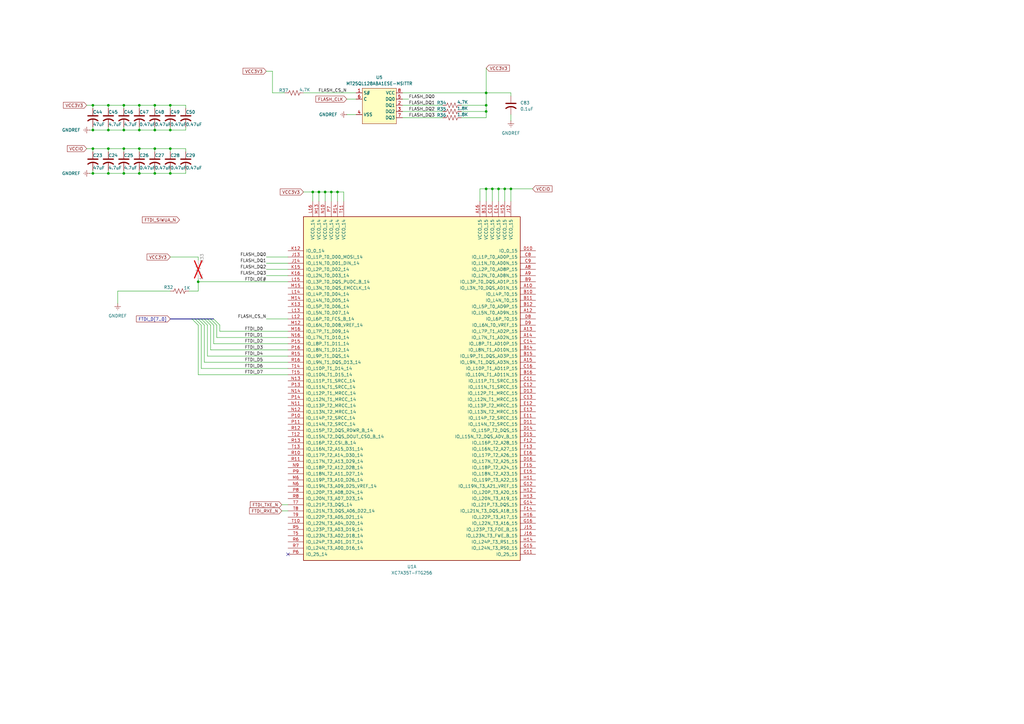
<source format=kicad_sch>
(kicad_sch (version 20250114) (generator "eeschema") (generator_version "9.0")
  (paper "A3")
  (lib_symbols
    (symbol "Device:C_US" (pin_numbers (hide yes)) (pin_names (offset 0.254) (hide yes))
      (property "Reference" "C" (at 0.635 2.54 0))
      (property "Value" "C_US" (at 0.635 -2.54 0))
      (symbol "C_US_0_1"
        (polyline (pts (xy -2.032 0.762) (xy 2.032 0.762)) (stroke (width 0.508)))
        (arc (start -2.032 -1.27) (mid 0 -0.5572) (end 2.032 -1.27) (stroke (width 0.508)))
      )
      (symbol "C_US_1_1"
        (pin passive line (at 0 3.81 270) (length 2.794) (name "~") (number "1"))
        (pin passive line (at 0 -3.81 90) (length 3.302) (name "~") (number "2"))
      )
    )
    (symbol "Device:R_US" (pin_numbers (hide yes)) (pin_names (offset 0))
      (property "Reference" "R" (at 2.54 0 90))
      (property "Value" "R_US" (at -2.54 0 90))
      (symbol "R_US_0_1"
        (polyline (pts (xy 0 2.286) (xy 0 2.54)))
        (polyline (pts (xy 0 2.286) (xy 1.016 1.905) (xy 0 1.524) (xy -1.016 1.143) (xy 0 0.762)))
        (polyline (pts (xy 0 0.762) (xy 1.016 0.381) (xy 0 0) (xy -1.016 -0.381) (xy 0 -0.762)))
        (polyline (pts (xy 0 -0.762) (xy 1.016 -1.143) (xy 0 -1.524) (xy -1.016 -1.905) (xy 0 -2.286)))
        (polyline (pts (xy 0 -2.286) (xy 0 -2.54)))
      )
      (symbol "R_US_1_1"
        (pin passive line (at 0 3.81 270) (length 1.27) (name "~") (number "1"))
        (pin passive line (at 0 -3.81 90) (length 1.27) (name "~") (number "2"))
      )
    )
    (symbol "FPGA_Xilinx_Artix7:XC7A35T-FTG256" (pin_names (offset 1.016))
      (property "Reference" "U" (at 0 1.27 0))
      (property "Value" "XC7A35T-FTG256" (at 0 -1.27 0))
      (symbol "XC7A35T-FTG256_1_1"
        (rectangle (start -44.45 67.31) (end 44.45 -73.66) (stroke (width 0.254)) (fill (type background)))
        (pin bidirectional line (at -50.8 53.34 0) (length 6.35) (name "IO_0_14") (number "K12"))
        (pin bidirectional line (at -50.8 50.8 0) (length 6.35) (name "IO_L1P_T0_D00_MOSI_14") (number "J13"))
        (pin bidirectional line (at -50.8 48.26 0) (length 6.35) (name "IO_L1N_T0_D01_DIN_14") (number "J14"))
        (pin bidirectional line (at -50.8 45.72 0) (length 6.35) (name "IO_L2P_T0_D02_14") (number "K15"))
        (pin bidirectional line (at -50.8 43.18 0) (length 6.35) (name "IO_L2N_T0_D03_14") (number "K16"))
        (pin bidirectional line (at -50.8 40.64 0) (length 6.35) (name "IO_L3P_T0_DQS_PUDC_B_14") (number "L15"))
        (pin bidirectional line (at -50.8 38.1 0) (length 6.35) (name "IO_L3N_T0_DQS_EMCCLK_14") (number "M15"))
        (pin bidirectional line (at -50.8 35.56 0) (length 6.35) (name "IO_L4P_T0_D04_14") (number "L14"))
        (pin bidirectional line (at -50.8 33.02 0) (length 6.35) (name "IO_L4N_T0_D05_14") (number "M14"))
        (pin bidirectional line (at -50.8 30.48 0) (length 6.35) (name "IO_L5P_T0_D06_14") (number "K13"))
        (pin bidirectional line (at -50.8 27.94 0) (length 6.35) (name "IO_L5N_T0_D07_14") (number "L13"))
        (pin bidirectional line (at -50.8 25.4 0) (length 6.35) (name "IO_L6P_T0_FCS_B_14") (number "L12"))
        (pin bidirectional line (at -50.8 22.86 0) (length 6.35) (name "IO_L6N_T0_D08_VREF_14") (number "M12"))
        (pin bidirectional line (at -50.8 20.32 0) (length 6.35) (name "IO_L7P_T1_D09_14") (number "M16"))
        (pin bidirectional line (at -50.8 17.78 0) (length 6.35) (name "IO_L7N_T1_D10_14") (number "N16"))
        (pin bidirectional line (at -50.8 15.24 0) (length 6.35) (name "IO_L8P_T1_D11_14") (number "P15"))
        (pin bidirectional line (at -50.8 12.7 0) (length 6.35) (name "IO_L8N_T1_D12_14") (number "P16"))
        (pin bidirectional line (at -50.8 10.16 0) (length 6.35) (name "IO_L9P_T1_DQS_14") (number "R15"))
        (pin bidirectional line (at -50.8 7.62 0) (length 6.35) (name "IO_L9N_T1_DQS_D13_14") (number "R16"))
        (pin bidirectional line (at -50.8 5.08 0) (length 6.35) (name "IO_L10P_T1_D14_14") (number "T14"))
        (pin bidirectional line (at -50.8 2.54 0) (length 6.35) (name "IO_L10N_T1_D15_14") (number "T15"))
        (pin bidirectional line (at -50.8 0 0) (length 6.35) (name "IO_L11P_T1_SRCC_14") (number "N13"))
        (pin bidirectional line (at -50.8 -2.54 0) (length 6.35) (name "IO_L11N_T1_SRCC_14") (number "P13"))
        (pin bidirectional line (at -50.8 -5.08 0) (length 6.35) (name "IO_L12P_T1_MRCC_14") (number "N14"))
        (pin bidirectional line (at -50.8 -7.62 0) (length 6.35) (name "IO_L12N_T1_MRCC_14") (number "P14"))
        (pin bidirectional line (at -50.8 -10.16 0) (length 6.35) (name "IO_L13P_T2_MRCC_14") (number "N11"))
        (pin bidirectional line (at -50.8 -12.7 0) (length 6.35) (name "IO_L13N_T2_MRCC_14") (number "N12"))
        (pin bidirectional line (at -50.8 -15.24 0) (length 6.35) (name "IO_L14P_T2_SRCC_14") (number "P10"))
        (pin bidirectional line (at -50.8 -17.78 0) (length 6.35) (name "IO_L14N_T2_SRCC_14") (number "P11"))
        (pin bidirectional line (at -50.8 -20.32 0) (length 6.35) (name "IO_L15P_T2_DQS_RDWR_B_14") (number "R12"))
        (pin bidirectional line (at -50.8 -22.86 0) (length 6.35) (name "IO_L15N_T2_DQS_DOUT_CSO_B_14") (number "T12"))
        (pin bidirectional line (at -50.8 -25.4 0) (length 6.35) (name "IO_L16P_T2_CSI_B_14") (number "R13"))
        (pin bidirectional line (at -50.8 -27.94 0) (length 6.35) (name "IO_L16N_T2_A15_D31_14") (number "T13"))
        (pin bidirectional line (at -50.8 -30.48 0) (length 6.35) (name "IO_L17P_T2_A14_D30_14") (number "R10"))
        (pin bidirectional line (at -50.8 -33.02 0) (length 6.35) (name "IO_L17N_T2_A13_D29_14") (number "R11"))
        (pin bidirectional line (at -50.8 -35.56 0) (length 6.35) (name "IO_L18P_T2_A12_D28_14") (number "N9"))
        (pin bidirectional line (at -50.8 -38.1 0) (length 6.35) (name "IO_L18N_T2_A11_D27_14") (number "P9"))
        (pin bidirectional line (at -50.8 -40.64 0) (length 6.35) (name "IO_L19P_T3_A10_D26_14") (number "M6"))
        (pin bidirectional line (at -50.8 -43.18 0) (length 6.35) (name "IO_L19N_T3_A09_D25_VREF_14") (number "N6"))
        (pin bidirectional line (at -50.8 -45.72 0) (length 6.35) (name "IO_L20P_T3_A08_D24_14") (number "P8"))
        (pin bidirectional line (at -50.8 -48.26 0) (length 6.35) (name "IO_L20N_T3_A07_D23_14") (number "R8"))
        (pin bidirectional line (at -50.8 -50.8 0) (length 6.35) (name "IO_L21P_T3_DQS_14") (number "T7"))
        (pin bidirectional line (at -50.8 -53.34 0) (length 6.35) (name "IO_L21N_T3_DQS_A06_D22_14") (number "T8"))
        (pin bidirectional line (at -50.8 -55.88 0) (length 6.35) (name "IO_L22P_T3_A05_D21_14") (number "T9"))
        (pin bidirectional line (at -50.8 -58.42 0) (length 6.35) (name "IO_L22N_T3_A04_D20_14") (number "T10"))
        (pin bidirectional line (at -50.8 -60.96 0) (length 6.35) (name "IO_L23P_T3_A03_D19_14") (number "R5"))
        (pin bidirectional line (at -50.8 -63.5 0) (length 6.35) (name "IO_L23N_T3_A02_D18_14") (number "T5"))
        (pin bidirectional line (at -50.8 -66.04 0) (length 6.35) (name "IO_L24P_T3_A01_D17_14") (number "R6"))
        (pin bidirectional line (at -50.8 -68.58 0) (length 6.35) (name "IO_L24N_T3_A00_D16_14") (number "R7"))
        (pin bidirectional line (at -50.8 -71.12 0) (length 6.35) (name "IO_25_14") (number "P6"))
        (pin power_in line (at -40.64 73.66 270) (length 6.35) (name "VCCO_14") (number "L16"))
        (pin power_in line (at -38.1 73.66 270) (length 6.35) (name "VCCO_14") (number "M13"))
        (pin power_in line (at -35.56 73.66 270) (length 6.35) (name "VCCO_14") (number "N10"))
        (pin power_in line (at -33.02 73.66 270) (length 6.35) (name "VCCO_14") (number "P7"))
        (pin power_in line (at -30.48 73.66 270) (length 6.35) (name "VCCO_14") (number "R14"))
        (pin power_in line (at -27.94 73.66 270) (length 6.35) (name "VCCO_14") (number "T11"))
        (pin power_in line (at 27.94 73.66 270) (length 6.35) (name "VCCO_15") (number "A16"))
        (pin power_in line (at 30.48 73.66 270) (length 6.35) (name "VCCO_15") (number "B13"))
        (pin power_in line (at 33.02 73.66 270) (length 6.35) (name "VCCO_15") (number "C10"))
        (pin power_in line (at 35.56 73.66 270) (length 6.35) (name "VCCO_15") (number "E14"))
        (pin power_in line (at 38.1 73.66 270) (length 6.35) (name "VCCO_15") (number "H15"))
        (pin power_in line (at 40.64 73.66 270) (length 6.35) (name "VCCO_15") (number "J12"))
        (pin bidirectional line (at 50.8 53.34 180) (length 6.35) (name "IO_0_15") (number "D10"))
        (pin bidirectional line (at 50.8 50.8 180) (length 6.35) (name "IO_L1P_T0_AD0P_15") (number "C8"))
        (pin bidirectional line (at 50.8 48.26 180) (length 6.35) (name "IO_L1N_T0_AD0N_15") (number "C9"))
        (pin bidirectional line (at 50.8 45.72 180) (length 6.35) (name "IO_L2P_T0_AD8P_15") (number "A8"))
        (pin bidirectional line (at 50.8 43.18 180) (length 6.35) (name "IO_L2N_T0_AD8N_15") (number "A9"))
        (pin bidirectional line (at 50.8 40.64 180) (length 6.35) (name "IO_L3P_T0_DQS_AD1P_15") (number "B9"))
        (pin bidirectional line (at 50.8 38.1 180) (length 6.35) (name "IO_L3N_T0_DQS_AD1N_15") (number "A10"))
        (pin bidirectional line (at 50.8 35.56 180) (length 6.35) (name "IO_L4P_T0_15") (number "B10"))
        (pin bidirectional line (at 50.8 33.02 180) (length 6.35) (name "IO_L4N_T0_15") (number "B11"))
        (pin bidirectional line (at 50.8 30.48 180) (length 6.35) (name "IO_L5P_T0_AD9P_15") (number "B12"))
        (pin bidirectional line (at 50.8 27.94 180) (length 6.35) (name "IO_L5N_T0_AD9N_15") (number "A12"))
        (pin bidirectional line (at 50.8 25.4 180) (length 6.35) (name "IO_L6P_T0_15") (number "D8"))
        (pin bidirectional line (at 50.8 22.86 180) (length 6.35) (name "IO_L6N_T0_VREF_15") (number "D9"))
        (pin bidirectional line (at 50.8 20.32 180) (length 6.35) (name "IO_L7P_T1_AD2P_15") (number "A13"))
        (pin bidirectional line (at 50.8 17.78 180) (length 6.35) (name "IO_L7N_T1_AD2N_15") (number "A14"))
        (pin bidirectional line (at 50.8 15.24 180) (length 6.35) (name "IO_L8P_T1_AD10P_15") (number "C14"))
        (pin bidirectional line (at 50.8 12.7 180) (length 6.35) (name "IO_L8N_T1_AD10N_15") (number "B14"))
        (pin bidirectional line (at 50.8 10.16 180) (length 6.35) (name "IO_L9P_T1_DQS_AD3P_15") (number "B15"))
        (pin bidirectional line (at 50.8 7.62 180) (length 6.35) (name "IO_L9N_T1_DQS_AD3N_15") (number "A15"))
        (pin bidirectional line (at 50.8 5.08 180) (length 6.35) (name "IO_L10P_T1_AD11P_15") (number "C16"))
        (pin bidirectional line (at 50.8 2.54 180) (length 6.35) (name "IO_L10N_T1_AD11N_15") (number "B16"))
        (pin bidirectional line (at 50.8 0 180) (length 6.35) (name "IO_L11P_T1_SRCC_15") (number "C11"))
        (pin bidirectional line (at 50.8 -2.54 180) (length 6.35) (name "IO_L11N_T1_SRCC_15") (number "C12"))
        (pin bidirectional line (at 50.8 -5.08 180) (length 6.35) (name "IO_L12P_T1_MRCC_15") (number "D13"))
        (pin bidirectional line (at 50.8 -7.62 180) (length 6.35) (name "IO_L12N_T1_MRCC_15") (number "C13"))
        (pin bidirectional line (at 50.8 -10.16 180) (length 6.35) (name "IO_L13P_T2_MRCC_15") (number "E12"))
        (pin bidirectional line (at 50.8 -12.7 180) (length 6.35) (name "IO_L13N_T2_MRCC_15") (number "E13"))
        (pin bidirectional line (at 50.8 -15.24 180) (length 6.35) (name "IO_L14P_T2_SRCC_15") (number "E11"))
        (pin bidirectional line (at 50.8 -17.78 180) (length 6.35) (name "IO_L14N_T2_SRCC_15") (number "D11"))
        (pin bidirectional line (at 50.8 -20.32 180) (length 6.35) (name "IO_L15P_T2_DQS_15") (number "D14"))
        (pin bidirectional line (at 50.8 -22.86 180) (length 6.35) (name "IO_L15N_T2_DQS_ADV_B_15") (number "D15"))
        (pin bidirectional line (at 50.8 -25.4 180) (length 6.35) (name "IO_L16P_T2_A28_15") (number "F12"))
        (pin bidirectional line (at 50.8 -27.94 180) (length 6.35) (name "IO_L16N_T2_A27_15") (number "F13"))
        (pin bidirectional line (at 50.8 -30.48 180) (length 6.35) (name "IO_L17P_T2_A26_15") (number "E16"))
        (pin bidirectional line (at 50.8 -33.02 180) (length 6.35) (name "IO_L17N_T2_A25_15") (number "D16"))
        (pin bidirectional line (at 50.8 -35.56 180) (length 6.35) (name "IO_L18P_T2_A24_15") (number "F15"))
        (pin bidirectional line (at 50.8 -38.1 180) (length 6.35) (name "IO_L18N_T2_A23_15") (number "E15"))
        (pin bidirectional line (at 50.8 -40.64 180) (length 6.35) (name "IO_L19P_T3_A22_15") (number "H11"))
        (pin bidirectional line (at 50.8 -43.18 180) (length 6.35) (name "IO_L19N_T3_A21_VREF_15") (number "G12"))
        (pin bidirectional line (at 50.8 -45.72 180) (length 6.35) (name "IO_L20P_T3_A20_15") (number "H12"))
        (pin bidirectional line (at 50.8 -48.26 180) (length 6.35) (name "IO_L20N_T3_A19_15") (number "H13"))
        (pin bidirectional line (at 50.8 -50.8 180) (length 6.35) (name "IO_L21P_T3_DQS_15") (number "G14"))
        (pin bidirectional line (at 50.8 -53.34 180) (length 6.35) (name "IO_L21N_T3_DQS_A18_15") (number "F14"))
        (pin bidirectional line (at 50.8 -55.88 180) (length 6.35) (name "IO_L22P_T3_A17_15") (number "H16"))
        (pin bidirectional line (at 50.8 -58.42 180) (length 6.35) (name "IO_L22N_T3_A16_15") (number "G16"))
        (pin bidirectional line (at 50.8 -60.96 180) (length 6.35) (name "IO_L23P_T3_FOE_B_15") (number "J15"))
        (pin bidirectional line (at 50.8 -63.5 180) (length 6.35) (name "IO_L23N_T3_FWE_B_15") (number "J16"))
        (pin bidirectional line (at 50.8 -66.04 180) (length 6.35) (name "IO_L24P_T3_RS1_15") (number "H14"))
        (pin bidirectional line (at 50.8 -68.58 180) (length 6.35) (name "IO_L24N_T3_RS0_15") (number "G15"))
        (pin bidirectional line (at 50.8 -71.12 180) (length 6.35) (name "IO_25_15") (number "G11"))
      )
      (symbol "XC7A35T-FTG256_2_1"
        (rectangle (start -44.45 67.31) (end 44.45 -73.66) (stroke (width 0.254)) (fill (type background)))
        (pin bidirectional line (at -50.8 53.34 0) (length 6.35) (name "IO_0_34") (number "L5"))
        (pin bidirectional line (at -50.8 50.8 0) (length 6.35) (name "IO_L1P_T0_34") (number "L4"))
        (pin bidirectional line (at -50.8 48.26 0) (length 6.35) (name "IO_L1N_T0_34") (number "M4"))
        (pin bidirectional line (at -50.8 45.72 0) (length 6.35) (name "IO_L2P_T0_34") (number "M2"))
        (pin bidirectional line (at -50.8 43.18 0) (length 6.35) (name "IO_L2N_T0_34") (number "M1"))
        (pin bidirectional line (at -50.8 40.64 0) (length 6.35) (name "IO_L3P_T0_DQS_34") (number "N3"))
        (pin bidirectional line (at -50.8 38.1 0) (length 6.35) (name "IO_L3N_T0_DQS_34") (number "N2"))
        (pin bidirectional line (at -50.8 35.56 0) (length 6.35) (name "IO_L4P_T0_34") (number "N1"))
        (pin bidirectional line (at -50.8 33.02 0) (length 6.35) (name "IO_L4N_T0_34") (number "P1"))
        (pin bidirectional line (at -50.8 30.48 0) (length 6.35) (name "IO_L5P_T0_34") (number "P4"))
        (pin bidirectional line (at -50.8 27.94 0) (length 6.35) (name "IO_L5N_T0_34") (number "P3"))
        (pin bidirectional line (at -50.8 25.4 0) (length 6.35) (name "IO_L6P_T0_34") (number "M5"))
        (pin bidirectional line (at -50.8 22.86 0) (length 6.35) (name "IO_L6N_T0_VREF_34") (number "N4"))
        (pin bidirectional line (at -50.8 20.32 0) (length 6.35) (name "IO_L7P_T1_34") (number "R2"))
        (pin bidirectional line (at -50.8 17.78 0) (length 6.35) (name "IO_L7N_T1_34") (number "R1"))
        (pin bidirectional line (at -50.8 15.24 0) (length 6.35) (name "IO_L8P_T1_34") (number "R3"))
        (pin bidirectional line (at -50.8 12.7 0) (length 6.35) (name "IO_L8N_T1_34") (number "T2"))
        (pin bidirectional line (at -50.8 10.16 0) (length 6.35) (name "IO_L9P_T1_DQS_34") (number "T4"))
        (pin bidirectional line (at -50.8 7.62 0) (length 6.35) (name "IO_L9N_T1_DQS_34") (number "T3"))
        (pin bidirectional line (at -50.8 5.08 0) (length 6.35) (name "IO_L10P_T1_34") (number "P5"))
        (pin power_in line (at -40.64 73.66 270) (length 6.35) (name "VCCO_34") (number "M3"))
        (pin power_in line (at -38.1 73.66 270) (length 6.35) (name "VCCO_34") (number "R4"))
        (pin power_in line (at -35.56 73.66 270) (length 6.35) (name "VCCO_34") (number "T1"))
        (pin power_in line (at 27.94 73.66 270) (length 6.35) (name "VCCO_35") (number "A6"))
        (pin power_in line (at 30.48 73.66 270) (length 6.35) (name "VCCO_35") (number "B3"))
        (pin power_in line (at 33.02 73.66 270) (length 6.35) (name "VCCO_35") (number "D7"))
        (pin power_in line (at 35.56 73.66 270) (length 6.35) (name "VCCO_35") (number "E4"))
        (pin power_in line (at 38.1 73.66 270) (length 6.35) (name "VCCO_35") (number "F1"))
        (pin power_in line (at 40.64 73.66 270) (length 6.35) (name "VCCO_35") (number "J2"))
        (pin bidirectional line (at 50.8 53.34 180) (length 6.35) (name "IO_0_35") (number "E6"))
        (pin bidirectional line (at 50.8 50.8 180) (length 6.35) (name "IO_L1P_T0_AD4P_35") (number "B7"))
        (pin bidirectional line (at 50.8 48.26 180) (length 6.35) (name "IO_L1N_T0_AD4N_35") (number "A7"))
        (pin bidirectional line (at 50.8 45.72 180) (length 6.35) (name "IO_L2P_T0_AD12P_35") (number "B6"))
        (pin bidirectional line (at 50.8 43.18 180) (length 6.35) (name "IO_L2N_T0_AD12N_35") (number "B5"))
        (pin bidirectional line (at 50.8 40.64 180) (length 6.35) (name "IO_L3P_T0_DQS_AD5P_35") (number "A5"))
        (pin bidirectional line (at 50.8 38.1 180) (length 6.35) (name "IO_L3N_T0_DQS_AD5N_35") (number "A4"))
        (pin bidirectional line (at 50.8 35.56 180) (length 6.35) (name "IO_L4P_T0_35") (number "B4"))
        (pin bidirectional line (at 50.8 33.02 180) (length 6.35) (name "IO_L4N_T0_35") (number "A3"))
        (pin bidirectional line (at 50.8 30.48 180) (length 6.35) (name "IO_L5P_T0_AD13P_35") (number "C7"))
        (pin bidirectional line (at 50.8 27.94 180) (length 6.35) (name "IO_L5N_T0_AD13N_35") (number "C6"))
        (pin bidirectional line (at 50.8 25.4 180) (length 6.35) (name "IO_L6P_T0_35") (number "D6"))
        (pin bidirectional line (at 50.8 22.86 180) (length 6.35) (name "IO_L6N_T0_VREF_35") (number "D5"))
        (pin bidirectional line (at 50.8 20.32 180) (length 6.35) (name "IO_L7P_T1_AD6P_35") (number "C3"))
        (pin bidirectional line (at 50.8 17.78 180) (length 6.35) (name "IO_L7N_T1_AD6N_35") (number "C2"))
        (pin bidirectional line (at 50.8 15.24 180) (length 6.35) (name "IO_L8P_T1_AD14P_35") (number "B2"))
        (pin bidirectional line (at 50.8 12.7 180) (length 6.35) (name "IO_L8N_T1_AD14N_35") (number "A2"))
        (pin bidirectional line (at 50.8 10.16 180) (length 6.35) (name "IO_L9P_T1_DQS_AD7P_35") (number "C1"))
        (pin bidirectional line (at 50.8 7.62 180) (length 6.35) (name "IO_L9N_T1_DQS_AD7N_35") (number "B1"))
        (pin bidirectional line (at 50.8 5.08 180) (length 6.35) (name "IO_L10P_T1_AD15P_35") (number "E2"))
        (pin bidirectional line (at 50.8 2.54 180) (length 6.35) (name "IO_L10N_T1_AD15N_35") (number "D1"))
        (pin bidirectional line (at 50.8 0 180) (length 6.35) (name "IO_L11P_T1_SRCC_35") (number "E3"))
        (pin bidirectional line (at 50.8 -2.54 180) (length 6.35) (name "IO_L11N_T1_SRCC_35") (number "D3"))
        (pin bidirectional line (at 50.8 -5.08 180) (length 6.35) (name "IO_L12P_T1_MRCC_35") (number "D4"))
        (pin bidirectional line (at 50.8 -7.62 180) (length 6.35) (name "IO_L12N_T1_MRCC_35") (number "C4"))
        (pin bidirectional line (at 50.8 -10.16 180) (length 6.35) (name "IO_L13P_T2_MRCC_35") (number "F5"))
        (pin bidirectional line (at 50.8 -12.7 180) (length 6.35) (name "IO_L13N_T2_MRCC_35") (number "E5"))
        (pin bidirectional line (at 50.8 -15.24 180) (length 6.35) (name "IO_L14P_T2_SRCC_35") (number "F4"))
        (pin bidirectional line (at 50.8 -17.78 180) (length 6.35) (name "IO_L14N_T2_SRCC_35") (number "F3"))
        (pin bidirectional line (at 50.8 -20.32 180) (length 6.35) (name "IO_L15P_T2_DQS_35") (number "F2"))
        (pin bidirectional line (at 50.8 -22.86 180) (length 6.35) (name "IO_L15N_T2_DQS_35") (number "E1"))
        (pin bidirectional line (at 50.8 -25.4 180) (length 6.35) (name "IO_L16P_T2_35") (number "G5"))
        (pin bidirectional line (at 50.8 -27.94 180) (length 6.35) (name "IO_L16N_T2_35") (number "G4"))
        (pin bidirectional line (at 50.8 -30.48 180) (length 6.35) (name "IO_L17P_T2_35") (number "G2"))
        (pin bidirectional line (at 50.8 -33.02 180) (length 6.35) (name "IO_L17N_T2_35") (number "G1"))
        (pin bidirectional line (at 50.8 -35.56 180) (length 6.35) (name "IO_L18P_T2_35") (number "H5"))
        (pin bidirectional line (at 50.8 -38.1 180) (length 6.35) (name "IO_L18N_T2_35") (number "H4"))
        (pin bidirectional line (at 50.8 -40.64 180) (length 6.35) (name "IO_L19P_T3_35") (number "J5"))
        (pin bidirectional line (at 50.8 -43.18 180) (length 6.35) (name "IO_L19N_T3_VREF_35") (number "J4"))
        (pin bidirectional line (at 50.8 -45.72 180) (length 6.35) (name "IO_L20P_T3_35") (number "H2"))
        (pin bidirectional line (at 50.8 -48.26 180) (length 6.35) (name "IO_L20N_T3_35") (number "H1"))
        (pin bidirectional line (at 50.8 -50.8 180) (length 6.35) (name "IO_L21P_T3_DQS_35") (number "J3"))
        (pin bidirectional line (at 50.8 -53.34 180) (length 6.35) (name "IO_L21N_T3_DQS_35") (number "H3"))
        (pin bidirectional line (at 50.8 -55.88 180) (length 6.35) (name "IO_L22P_T3_35") (number "K1"))
        (pin bidirectional line (at 50.8 -58.42 180) (length 6.35) (name "IO_L22N_T3_35") (number "J1"))
        (pin bidirectional line (at 50.8 -60.96 180) (length 6.35) (name "IO_L23P_T3_35") (number "L3"))
        (pin bidirectional line (at 50.8 -63.5 180) (length 6.35) (name "IO_L23N_T3_35") (number "L2"))
        (pin bidirectional line (at 50.8 -66.04 180) (length 6.35) (name "IO_L24P_T3_35") (number "K3"))
        (pin bidirectional line (at 50.8 -68.58 180) (length 6.35) (name "IO_L24N_T3_35") (number "K2"))
        (pin bidirectional line (at 50.8 -71.12 180) (length 6.35) (name "IO_25_35") (number "K5"))
      )
      (symbol "XC7A35T-FTG256_3_1"
        (rectangle (start -31.75 34.29) (end 31.75 -40.64) (stroke (width 0.254)) (fill (type background)))
        (pin power_in line (at 27.94 40.64 270) (length 6.35) (name "VCCO_0") (number "L6"))
        (pin bidirectional line (at 38.1 20.32 180) (length 6.35) (name "TDI_0") (number "N7"))
        (pin bidirectional line (at 38.1 17.78 180) (length 6.35) (name "TDO_0") (number "N8"))
        (pin bidirectional line (at 38.1 15.24 180) (length 6.35) (name "TMS_0") (number "M7"))
        (pin bidirectional line (at 38.1 12.7 180) (length 6.35) (name "TCK_0") (number "L7"))
        (pin bidirectional line (at 38.1 7.62 180) (length 6.35) (name "CCLK_0") (number "E8"))
        (pin bidirectional line (at 38.1 5.08 180) (length 6.35) (name "M0_0") (number "M9"))
        (pin bidirectional line (at 38.1 2.54 180) (length 6.35) (name "M1_0") (number "M10"))
        (pin bidirectional line (at 38.1 0 180) (length 6.35) (name "M2_0") (number "M11"))
        (pin bidirectional line (at 38.1 -5.08 180) (length 6.35) (name "DONE_0") (number "H10"))
        (pin bidirectional line (at 38.1 -7.62 180) (length 6.35) (name "INIT_B_0") (number "K10"))
        (pin bidirectional line (at 38.1 -10.16 180) (length 6.35) (name "PROGRAM_B_0") (number "L9"))
        (pin bidirectional line (at 38.1 -15.24 180) (length 6.35) (name "CFGBVS_0") (number "E7"))
        (pin bidirectional line (at 38.1 -20.32 180) (length 6.35) (name "VP_0") (number "H8"))
        (pin bidirectional line (at 38.1 -22.86 180) (length 6.35) (name "VN_0") (number "J7"))
        (pin bidirectional line (at 38.1 -27.94 180) (length 6.35) (name "VREFP_0") (number "J8"))
        (pin bidirectional line (at 38.1 -30.48 180) (length 6.35) (name "VREFN_0") (number "H7"))
        (pin bidirectional line (at 38.1 -35.56 180) (length 6.35) (name "DXP_0") (number "K8"))
        (pin bidirectional line (at 38.1 -38.1 180) (length 6.35) (name "DXN_0") (number "K7"))
      )
      (symbol "XC7A35T-FTG256_4_1"
        (rectangle (start -19.05 35.56) (end 19.05 -35.56) (stroke (width 0.254)) (fill (type background)))
        (pin power_in line (at -25.4 33.02 0) (length 6.35) (name "VCCAUX") (number "G10"))
        (pin power_in line (at -25.4 30.48 0) (length 6.35) (name "VCCAUX") (number "J10"))
        (pin power_in line (at -25.4 27.94 0) (length 6.35) (name "VCCAUX") (number "K11"))
        (pin power_in line (at -25.4 25.4 0) (length 6.35) (name "VCCAUX") (number "L10"))
        (pin power_in line (at -25.4 20.32 0) (length 6.35) (name "GNDADC_0") (number "G7"))
        (pin power_in line (at -25.4 17.78 0) (length 6.35) (name "VCCADC_0") (number "G8"))
        (pin power_in line (at -25.4 15.24 0) (length 6.35) (name "VCCBATT_0") (number "F8"))
        (pin power_in line (at -25.4 12.7 0) (length 6.35) (name "VCCBRAM") (number "E10"))
        (pin power_in line (at -25.4 10.16 0) (length 6.35) (name "VCCBRAM") (number "F11"))
        (pin power_in line (at -25.4 2.54 0) (length 6.35) (name "GND") (number "A1"))
        (pin power_in line (at -25.4 0 0) (length 6.35) (name "GND") (number "A11"))
        (pin power_in line (at -25.4 -2.54 0) (length 6.35) (name "GND") (number "B8"))
        (pin power_in line (at -25.4 -5.08 0) (length 6.35) (name "GND") (number "C5"))
        (pin power_in line (at -25.4 -7.62 0) (length 6.35) (name "GND") (number "C15"))
        (pin power_in line (at -25.4 -10.16 0) (length 6.35) (name "GND") (number "D2"))
        (pin power_in line (at -25.4 -12.7 0) (length 6.35) (name "GND") (number "D12"))
        (pin power_in line (at -25.4 -15.24 0) (length 6.35) (name "GND") (number "E9"))
        (pin power_in line (at -25.4 -17.78 0) (length 6.35) (name "GND") (number "F6"))
        (pin power_in line (at -25.4 -20.32 0) (length 6.35) (name "GND") (number "F10"))
        (pin power_in line (at -25.4 -22.86 0) (length 6.35) (name "GND") (number "F16"))
        (pin power_in line (at -25.4 -25.4 0) (length 6.35) (name "GND") (number "G3"))
        (pin power_in line (at -25.4 -27.94 0) (length 6.35) (name "GND") (number "G9"))
        (pin power_in line (at -25.4 -30.48 0) (length 6.35) (name "GND") (number "G13"))
        (pin power_in line (at -25.4 -33.02 0) (length 6.35) (name "GND") (number "H6"))
        (pin power_in line (at 25.4 33.02 180) (length 6.35) (name "VCCINT") (number "F7"))
        (pin power_in line (at 25.4 30.48 180) (length 6.35) (name "VCCINT") (number "F9"))
        (pin power_in line (at 25.4 27.94 180) (length 6.35) (name "VCCINT") (number "G6"))
        (pin power_in line (at 25.4 25.4 180) (length 6.35) (name "VCCINT") (number "H9"))
        (pin power_in line (at 25.4 22.86 180) (length 6.35) (name "VCCINT") (number "J6"))
        (pin power_in line (at 25.4 20.32 180) (length 6.35) (name "VCCINT") (number "K9"))
        (pin power_in line (at 25.4 17.78 180) (length 6.35) (name "VCCINT") (number "L8"))
        (pin power_in line (at 25.4 2.54 180) (length 6.35) (name "GND") (number "J9"))
        (pin power_in line (at 25.4 0 180) (length 6.35) (name "GND") (number "J11"))
        (pin power_in line (at 25.4 -2.54 180) (length 6.35) (name "GND") (number "K4"))
        (pin power_in line (at 25.4 -5.08 180) (length 6.35) (name "GND") (number "K6"))
        (pin power_in line (at 25.4 -7.62 180) (length 6.35) (name "GND") (number "K14"))
        (pin power_in line (at 25.4 -10.16 180) (length 6.35) (name "GND") (number "L1"))
        (pin power_in line (at 25.4 -12.7 180) (length 6.35) (name "GND") (number "L11"))
        (pin power_in line (at 25.4 -15.24 180) (length 6.35) (name "GND") (number "M8"))
        (pin power_in line (at 25.4 -17.78 180) (length 6.35) (name "GND") (number "N5"))
        (pin power_in line (at 25.4 -20.32 180) (length 6.35) (name "GND") (number "N15"))
        (pin power_in line (at 25.4 -22.86 180) (length 6.35) (name "GND") (number "P2"))
        (pin power_in line (at 25.4 -25.4 180) (length 6.35) (name "GND") (number "P12"))
        (pin power_in line (at 25.4 -27.94 180) (length 6.35) (name "GND") (number "R9"))
        (pin power_in line (at 25.4 -30.48 180) (length 6.35) (name "GND") (number "T6"))
        (pin power_in line (at 25.4 -33.02 180) (length 6.35) (name "GND") (number "T16"))
      )
    )
    (symbol "power:GNDREF" (power) (pin_numbers (hide yes)) (pin_names (offset 0) (hide yes))
      (property "Value" "GNDREF" (at 0 -3.81 0))
      (symbol "GNDREF_0_1"
        (polyline (pts (xy -0.635 -1.905) (xy 0.635 -1.905)))
        (polyline (pts (xy -0.127 -2.54) (xy 0.127 -2.54)))
        (polyline (pts (xy 0 -1.27) (xy 0 0)))
        (polyline (pts (xy 1.27 -1.27) (xy -1.27 -1.27)))
      )
      (symbol "GNDREF_1_1"
        (pin power_in line (at 0 0 270) (length 0) (name "~") (number "1"))
      )
    )
    (symbol "risetRadar:MT25QL128ABA1ESE-MSITTR"
      (property "Reference" "U" (at 0 0 0))
      (property "Value" "MT25QL128ABA1ESE-MSITTR" (at -0.508 -2.286 0))
      (symbol "MT25QL128ABA1ESE-MSITTR_1_1"
        (rectangle (start -6.35 -4.445) (end 7.62 -19.05) (fill (type background)))
        (pin input line (at -8.89 -6.35 0) (length 2.54) (name "S#") (number "1"))
        (pin input line (at -8.89 -8.89 0) (length 2.54) (name "C") (number "6"))
        (pin input line (at -8.89 -15.24 0) (length 2.54) (name "VSS") (number "4"))
        (pin input line (at 10.16 -6.35 180) (length 2.54) (name "VCC") (number "8"))
        (pin input line (at 10.16 -8.89 180) (length 2.54) (name "DQ0") (number "5"))
        (pin input line (at 10.16 -11.43 180) (length 2.54) (name "DQ1") (number "2"))
        (pin input line (at 10.16 -13.97 180) (length 2.54) (name "DQ2") (number "3"))
        (pin input line (at 10.16 -16.51 180) (length 2.54) (name "DQ3") (number "7"))
      )
    )
  )
  (junction (at 128.27 78.74))
  (junction (at 57.15 53.34))
  (junction (at 130.81 78.74))
  (junction (at 63.5 43.18))
  (junction (at 133.35 78.74))
  (junction (at 50.8 53.34))
  (junction (at 44.45 71.12))
  (junction (at 63.5 53.34))
  (junction (at 57.15 60.96))
  (junction (at 38.1 53.34))
  (junction (at 69.85 53.34))
  (junction (at 57.15 71.12))
  (junction (at 138.43 78.74))
  (junction (at 199.39 43.18))
  (junction (at 38.1 43.18))
  (junction (at 63.5 60.96))
  (junction (at 135.89 78.74))
  (junction (at 199.39 38.1))
  (junction (at 38.1 60.96))
  (junction (at 44.45 53.34))
  (junction (at 63.5 71.12))
  (junction (at 207.01 77.47))
  (junction (at 44.45 60.96))
  (junction (at 69.85 71.12))
  (junction (at 199.39 77.47))
  (junction (at 199.39 45.72))
  (junction (at 209.55 77.47))
  (junction (at 50.8 60.96))
  (junction (at 50.8 71.12))
  (junction (at 38.1 71.12))
  (junction (at 50.8 43.18))
  (junction (at 69.85 43.18))
  (junction (at 44.45 43.18))
  (junction (at 201.93 77.47))
  (junction (at 81.28 115.57))
  (junction (at 69.85 60.96))
  (junction (at 204.47 77.47))
  (junction (at 57.15 43.18))
  (no_connect (at 118.11 227.33))
  (bus_entry (at 78.74 130.81) (size 2.54 2.54))
  (bus_entry (at 80.01 130.81) (size 2.54 2.54))
  (bus_entry (at 82.55 130.81) (size 2.54 2.54))
  (bus_entry (at 81.28 130.81) (size 2.54 2.54))
  (bus_entry (at 86.36 130.81) (size 2.54 2.54))
  (bus_entry (at 85.09 130.81) (size 2.54 2.54))
  (bus_entry (at 87.63 130.81) (size 2.54 2.54))
  (bus_entry (at 83.82 130.81) (size 2.54 2.54))
  (wire (pts (xy 76.2 60.96) (xy 69.85 60.96)))
  (wire (pts (xy 196.85 82.55) (xy 196.85 77.47)))
  (wire (pts (xy 209.55 39.37) (xy 209.55 38.1)))
  (wire (pts (xy 69.85 71.12) (xy 63.5 71.12)))
  (wire (pts (xy 209.55 77.47) (xy 209.55 82.55)))
  (wire (pts (xy 63.5 52.07) (xy 63.5 53.34)))
  (wire (pts (xy 209.55 46.99) (xy 209.55 49.53)))
  (wire (pts (xy 85.09 133.35) (xy 85.09 146.05)))
  (wire (pts (xy 199.39 48.26) (xy 199.39 45.72)))
  (wire (pts (xy 199.39 43.18) (xy 199.39 38.1)))
  (wire (pts (xy 142.24 46.99) (xy 146.05 46.99)))
  (wire (pts (xy 204.47 77.47) (xy 207.01 77.47)))
  (wire (pts (xy 57.15 52.07) (xy 57.15 53.34)))
  (wire (pts (xy 76.2 52.07) (xy 76.2 53.34)))
  (wire (pts (xy 57.15 53.34) (xy 50.8 53.34)))
  (wire (pts (xy 38.1 71.12) (xy 36.83 71.12)))
  (wire (pts (xy 124.46 78.74) (xy 128.27 78.74)))
  (wire (pts (xy 207.01 77.47) (xy 209.55 77.47)))
  (wire (pts (xy 109.22 130.81) (xy 118.11 130.81)))
  (wire (pts (xy 196.85 77.47) (xy 199.39 77.47)))
  (wire (pts (xy 88.9 133.35) (xy 88.9 138.43)))
  (wire (pts (xy 207.01 77.47) (xy 207.01 82.55)))
  (wire (pts (xy 44.45 60.96) (xy 44.45 62.23)))
  (wire (pts (xy 189.23 48.26) (xy 199.39 48.26)))
  (wire (pts (xy 44.45 53.34) (xy 38.1 53.34)))
  (wire (pts (xy 138.43 82.55) (xy 138.43 78.74)))
  (wire (pts (xy 130.81 82.55) (xy 130.81 78.74)))
  (wire (pts (xy 44.45 60.96) (xy 50.8 60.96)))
  (wire (pts (xy 165.1 45.72) (xy 181.61 45.72)))
  (wire (pts (xy 50.8 52.07) (xy 50.8 53.34)))
  (wire (pts (xy 201.93 77.47) (xy 204.47 77.47)))
  (wire (pts (xy 81.28 106.68) (xy 81.28 105.41)))
  (wire (pts (xy 81.28 119.38) (xy 81.28 115.57)))
  (bus (pts (xy 86.36 130.81) (xy 87.63 130.81)))
  (wire (pts (xy 50.8 69.85) (xy 50.8 71.12)))
  (wire (pts (xy 86.36 143.51) (xy 118.11 143.51)))
  (wire (pts (xy 50.8 43.18) (xy 50.8 44.45)))
  (wire (pts (xy 140.97 82.55) (xy 140.97 78.74)))
  (wire (pts (xy 86.36 133.35) (xy 86.36 143.51)))
  (wire (pts (xy 109.22 110.49) (xy 118.11 110.49)))
  (wire (pts (xy 109.22 107.95) (xy 118.11 107.95)))
  (bus (pts (xy 69.85 130.81) (xy 78.74 130.81)))
  (wire (pts (xy 63.5 69.85) (xy 63.5 71.12)))
  (wire (pts (xy 38.1 69.85) (xy 38.1 71.12)))
  (wire (pts (xy 165.1 38.1) (xy 199.39 38.1)))
  (wire (pts (xy 85.09 146.05) (xy 118.11 146.05)))
  (wire (pts (xy 63.5 71.12) (xy 57.15 71.12)))
  (wire (pts (xy 76.2 53.34) (xy 69.85 53.34)))
  (wire (pts (xy 128.27 78.74) (xy 128.27 82.55)))
  (wire (pts (xy 199.39 77.47) (xy 199.39 82.55)))
  (wire (pts (xy 57.15 69.85) (xy 57.15 71.12)))
  (wire (pts (xy 81.28 153.67) (xy 118.11 153.67)))
  (wire (pts (xy 115.57 207.01) (xy 118.11 207.01)))
  (wire (pts (xy 124.46 38.1) (xy 146.05 38.1)))
  (wire (pts (xy 82.55 133.35) (xy 82.55 151.13)))
  (wire (pts (xy 69.85 53.34) (xy 63.5 53.34)))
  (bus (pts (xy 83.82 130.81) (xy 85.09 130.81)))
  (wire (pts (xy 50.8 60.96) (xy 50.8 62.23)))
  (wire (pts (xy 44.45 71.12) (xy 38.1 71.12)))
  (wire (pts (xy 87.63 140.97) (xy 118.11 140.97)))
  (wire (pts (xy 201.93 77.47) (xy 201.93 82.55)))
  (wire (pts (xy 165.1 48.26) (xy 181.61 48.26)))
  (wire (pts (xy 69.85 119.38) (xy 48.26 119.38)))
  (wire (pts (xy 57.15 60.96) (xy 57.15 62.23)))
  (wire (pts (xy 87.63 133.35) (xy 87.63 140.97)))
  (wire (pts (xy 76.2 71.12) (xy 69.85 71.12)))
  (wire (pts (xy 38.1 43.18) (xy 44.45 43.18)))
  (wire (pts (xy 130.81 78.74) (xy 128.27 78.74)))
  (wire (pts (xy 50.8 53.34) (xy 44.45 53.34)))
  (wire (pts (xy 130.81 78.74) (xy 133.35 78.74)))
  (wire (pts (xy 44.45 43.18) (xy 50.8 43.18)))
  (wire (pts (xy 109.22 105.41) (xy 118.11 105.41)))
  (wire (pts (xy 38.1 43.18) (xy 38.1 44.45)))
  (wire (pts (xy 44.45 43.18) (xy 44.45 44.45)))
  (wire (pts (xy 204.47 77.47) (xy 204.47 82.55)))
  (wire (pts (xy 81.28 115.57) (xy 118.11 115.57)))
  (wire (pts (xy 35.56 43.18) (xy 38.1 43.18)))
  (wire (pts (xy 82.55 151.13) (xy 118.11 151.13)))
  (wire (pts (xy 76.2 43.18) (xy 69.85 43.18)))
  (wire (pts (xy 138.43 78.74) (xy 135.89 78.74)))
  (wire (pts (xy 165.1 40.64) (xy 167.64 40.64)))
  (wire (pts (xy 209.55 77.47) (xy 218.44 77.47)))
  (wire (pts (xy 57.15 43.18) (xy 63.5 43.18)))
  (wire (pts (xy 209.55 38.1) (xy 199.39 38.1)))
  (wire (pts (xy 111.76 38.1) (xy 116.84 38.1)))
  (wire (pts (xy 50.8 43.18) (xy 57.15 43.18)))
  (wire (pts (xy 50.8 60.96) (xy 57.15 60.96)))
  (wire (pts (xy 135.89 82.55) (xy 135.89 78.74)))
  (wire (pts (xy 38.1 60.96) (xy 44.45 60.96)))
  (wire (pts (xy 38.1 53.34) (xy 36.83 53.34)))
  (wire (pts (xy 109.22 113.03) (xy 118.11 113.03)))
  (wire (pts (xy 90.17 135.89) (xy 118.11 135.89)))
  (wire (pts (xy 199.39 77.47) (xy 201.93 77.47)))
  (wire (pts (xy 69.85 60.96) (xy 69.85 62.23)))
  (wire (pts (xy 57.15 60.96) (xy 63.5 60.96)))
  (wire (pts (xy 76.2 69.85) (xy 76.2 71.12)))
  (wire (pts (xy 69.85 69.85) (xy 69.85 71.12)))
  (wire (pts (xy 76.2 62.23) (xy 76.2 60.96)))
  (wire (pts (xy 81.28 105.41) (xy 69.85 105.41)))
  (wire (pts (xy 44.45 52.07) (xy 44.45 53.34)))
  (wire (pts (xy 140.97 78.74) (xy 138.43 78.74)))
  (wire (pts (xy 63.5 43.18) (xy 69.85 43.18)))
  (bus (pts (xy 81.28 130.81) (xy 82.55 130.81)))
  (wire (pts (xy 63.5 43.18) (xy 63.5 44.45)))
  (wire (pts (xy 69.85 52.07) (xy 69.85 53.34)))
  (wire (pts (xy 109.22 29.21) (xy 111.76 29.21)))
  (wire (pts (xy 81.28 114.3) (xy 81.28 115.57)))
  (wire (pts (xy 115.57 209.55) (xy 118.11 209.55)))
  (wire (pts (xy 199.39 38.1) (xy 199.39 27.94)))
  (wire (pts (xy 38.1 60.96) (xy 38.1 62.23)))
  (wire (pts (xy 77.47 119.38) (xy 81.28 119.38)))
  (wire (pts (xy 133.35 82.55) (xy 133.35 78.74)))
  (wire (pts (xy 189.23 45.72) (xy 199.39 45.72)))
  (bus (pts (xy 80.01 130.81) (xy 81.28 130.81)))
  (wire (pts (xy 50.8 71.12) (xy 44.45 71.12)))
  (wire (pts (xy 189.23 43.18) (xy 199.39 43.18)))
  (wire (pts (xy 63.5 60.96) (xy 63.5 62.23)))
  (wire (pts (xy 133.35 78.74) (xy 135.89 78.74)))
  (bus (pts (xy 78.74 130.81) (xy 80.01 130.81)))
  (wire (pts (xy 63.5 53.34) (xy 57.15 53.34)))
  (wire (pts (xy 57.15 43.18) (xy 57.15 44.45)))
  (wire (pts (xy 69.85 43.18) (xy 69.85 44.45)))
  (wire (pts (xy 88.9 138.43) (xy 118.11 138.43)))
  (wire (pts (xy 44.45 69.85) (xy 44.45 71.12)))
  (bus (pts (xy 85.09 130.81) (xy 86.36 130.81)))
  (wire (pts (xy 81.28 133.35) (xy 81.28 153.67)))
  (wire (pts (xy 35.56 60.96) (xy 38.1 60.96)))
  (wire (pts (xy 199.39 45.72) (xy 199.39 43.18)))
  (wire (pts (xy 142.24 40.64) (xy 146.05 40.64)))
  (bus (pts (xy 82.55 130.81) (xy 83.82 130.81)))
  (wire (pts (xy 63.5 60.96) (xy 69.85 60.96)))
  (wire (pts (xy 48.26 119.38) (xy 48.26 124.46)))
  (wire (pts (xy 57.15 71.12) (xy 50.8 71.12)))
  (wire (pts (xy 165.1 43.18) (xy 181.61 43.18)))
  (wire (pts (xy 90.17 135.89) (xy 90.17 133.35)))
  (wire (pts (xy 83.82 133.35) (xy 83.82 148.59)))
  (wire (pts (xy 76.2 44.45) (xy 76.2 43.18)))
  (wire (pts (xy 38.1 52.07) (xy 38.1 53.34)))
  (wire (pts (xy 83.82 148.59) (xy 118.11 148.59)))
  (wire (pts (xy 111.76 29.21) (xy 111.76 38.1)))
  (label "FLASH_DQ3" (at 109.22 113.03 180))
  (label "FLASH_DQ3" (at 167.64 48.26 0))
  (label "FTDI_D2" (at 100.33 140.97 0))
  (label "FLASH_CS_N" (at 142.24 38.1 180))
  (label "FLASH_CS_N" (at 109.22 130.81 180))
  (label "FTDI_D1" (at 100.33 138.43 0))
  (label "FTDI_OE#" (at 109.22 115.57 180))
  (label "FTDI_D3" (at 100.33 143.51 0))
  (label "FLASH_DQ2" (at 167.64 45.72 0))
  (label "FLASH_DQ0" (at 167.64 40.64 0))
  (label "FTDI_D0" (at 100.33 135.89 0))
  (label "FLASH_DQ1" (at 167.64 43.18 0))
  (label "FTDI_D7" (at 100.33 153.67 0))
  (label "FTDI_D6" (at 100.33 151.13 0))
  (label "FLASH_DQ2" (at 109.22 110.49 180))
  (label "FLASH_DQ0" (at 109.22 105.41 180))
  (label "FTDI_D4" (at 100.33 146.05 0))
  (label "FTDI_D5" (at 100.33 148.59 0))
  (label "FLASH_DQ1" (at 109.22 107.95 180))
  (global_label "FTDI_TXE_N" (shape input) (at 115.57 207.01 180) (property "Intersheetrefs" "${INTERSHEET_REFS}" (effects (hide yes))))
  (global_label "FTDI_SIWUA_N" (shape input) (at 73.66 90.17 180) (property "Intersheetrefs" "${INTERSHEET_REFS}" (effects (hide yes))))
  (global_label "FTDI_RXE_N" (shape input) (at 115.57 209.55 180) (property "Intersheetrefs" "${INTERSHEET_REFS}" (effects (hide yes))))
  (global_label "VCC3V3" (shape input) (at 199.39 27.94 0) (property "Intersheetrefs" "${INTERSHEET_REFS}" (effects (hide yes))))
  (global_label "FTDI_D[7..0]" (shape input) (at 69.85 130.81 180) (property "Intersheetrefs" "${INTERSHEET_REFS}" (effects (hide yes))))
  (global_label "VCCIO" (shape input) (at 218.44 77.47 0) (property "Intersheetrefs" "${INTERSHEET_REFS}" (effects (hide yes))))
  (global_label "VCC3V3" (shape input) (at 124.46 78.74 180) (property "Intersheetrefs" "${INTERSHEET_REFS}" (effects (hide yes))))
  (global_label "VCC3V3" (shape input) (at 69.85 105.41 180) (property "Intersheetrefs" "${INTERSHEET_REFS}" (effects (hide yes))))
  (global_label "FLASH_CLK" (shape input) (at 142.24 40.64 180) (property "Intersheetrefs" "${INTERSHEET_REFS}" (effects (hide yes))))
  (global_label "VCC3V3" (shape input) (at 35.56 43.18 180) (property "Intersheetrefs" "${INTERSHEET_REFS}" (effects (hide yes))))
  (global_label "VCC3V3" (shape input) (at 109.22 29.21 180) (property "Intersheetrefs" "${INTERSHEET_REFS}" (effects (hide yes))))
  (global_label "VCCIO" (shape input) (at 35.56 60.96 180) (property "Intersheetrefs" "${INTERSHEET_REFS}" (effects (hide yes))))
  (symbol (lib_id "Device:C_US") (at 44.45 66.04 0) (unit 1)
    (property "Reference" "C24" (at 44.45 63.754 0) (effects (justify left)))
    (property "Value" "4.7uF" (at 44.45 68.834 0) (effects (justify left)))
    (property "Footprint" "Capacitor_SMD:C_0201_0603Metric" (effects (hide yes)))
    (property "Description" "capacitor, US symbol" (effects (hide yes)))
  )
  (symbol (lib_id "Device:C_US") (at 38.1 48.26 0) (unit 1)
    (property "Reference" "C44" (at 38.1 45.974 0) (effects (justify left)))
    (property "Value" "47uF" (at 38.1 51.054 0) (effects (justify left)))
    (property "Footprint" "Capacitor_SMD:C_0603_1608Metric" (effects (hide yes)))
    (property "Description" "capacitor, US symbol" (effects (hide yes)))
  )
  (symbol (lib_id "Device:C_US") (at 50.8 66.04 0) (unit 1)
    (property "Reference" "C25" (at 50.8 63.754 0) (effects (justify left)))
    (property "Value" "4.7uF" (at 50.8 68.834 0) (effects (justify left)))
    (property "Footprint" "Capacitor_SMD:C_0201_0603Metric" (effects (hide yes)))
    (property "Description" "capacitor, US symbol" (effects (hide yes)))
  )
  (symbol (lib_id "Device:C_US") (at 38.1 66.04 0) (unit 1)
    (property "Reference" "C23" (at 38.1 63.754 0) (effects (justify left)))
    (property "Value" "47uF" (at 38.1 68.834 0) (effects (justify left)))
    (property "Footprint" "Capacitor_SMD:C_0603_1608Metric" (effects (hide yes)))
    (property "Description" "capacitor, US symbol" (effects (hide yes)))
  )
  (symbol (lib_id "power:GNDREF") (at 36.83 71.12 270) (unit 1)
    (property "Reference" "#PWR014" (effects (hide yes)))
    (property "Value" "GNDREF" (at 33.02 71.1199 90) (effects (justify right)))
    (property "Description" "Power symbol creates a global label with name \"GNDREF\" , reference supply ground" (effects (hide yes)))
  )
  (symbol (lib_id "Device:C_US") (at 63.5 48.26 0) (unit 1)
    (property "Reference" "C48" (at 63.5 45.974 0) (effects (justify left)))
    (property "Value" "0.47uF" (at 63.5 51.054 0) (effects (justify left)))
    (property "Footprint" "Capacitor_SMD:C_0201_0603Metric" (effects (hide yes)))
    (property "Description" "capacitor, US symbol" (effects (hide yes)))
  )
  (symbol (lib_id "FPGA_Xilinx_Artix7:XC7A35T-FTG256") (at 168.91 156.21 0) (unit 1)
    (property "Reference" "U1" (at 168.91 232.41 0))
    (property "Value" "XC7A35T-FTG256" (at 168.91 234.95 0))
    (property "Footprint" "Package_BGA:Xilinx_FTG256" (effects (hide yes)))
    (property "Description" "Artix 7 T 35 XC7A35T-FTG256" (effects (hide yes)))
  )
  (symbol (lib_id "Device:C_US") (at 69.85 48.26 0) (unit 1)
    (property "Reference" "C49" (at 69.85 45.974 0) (effects (justify left)))
    (property "Value" "0.47uF" (at 69.85 51.054 0) (effects (justify left)))
    (property "Footprint" "Capacitor_SMD:C_0201_0603Metric" (effects (hide yes)))
    (property "Description" "capacitor, US symbol" (effects (hide yes)))
  )
  (symbol (lib_id "power:GNDREF") (at 48.26 124.46 0) (unit 1)
    (property "Reference" "#PWR033" (effects (hide yes)))
    (property "Value" "GNDREF" (at 48.26 129.54 0))
    (property "Description" "Power symbol creates a global label with name \"GNDREF\" , reference supply ground" (effects (hide yes)))
  )
  (symbol (lib_id "Device:C_US") (at 50.8 48.26 0) (unit 1)
    (property "Reference" "C46" (at 50.8 45.974 0) (effects (justify left)))
    (property "Value" "4.7uF" (at 50.8 51.054 0) (effects (justify left)))
    (property "Footprint" "Capacitor_SMD:C_0201_0603Metric" (effects (hide yes)))
    (property "Description" "capacitor, US symbol" (effects (hide yes)))
  )
  (symbol (lib_id "Device:C_US") (at 57.15 48.26 0) (unit 1)
    (property "Reference" "C47" (at 57.15 45.974 0) (effects (justify left)))
    (property "Value" "0.47uF" (at 57.15 51.054 0) (effects (justify left)))
    (property "Footprint" "Capacitor_SMD:C_0201_0603Metric" (effects (hide yes)))
    (property "Description" "capacitor, US symbol" (effects (hide yes)))
  )
  (symbol (lib_id "Device:C_US") (at 44.45 48.26 0) (unit 1)
    (property "Reference" "C45" (at 44.45 45.974 0) (effects (justify left)))
    (property "Value" "4.7uF" (at 44.45 51.054 0) (effects (justify left)))
    (property "Footprint" "Capacitor_SMD:C_0201_0603Metric" (effects (hide yes)))
    (property "Description" "capacitor, US symbol" (effects (hide yes)))
  )
  (symbol (lib_id "power:GNDREF") (at 209.55 49.53 0) (unit 1)
    (property "Reference" "#PWR034" (effects (hide yes)))
    (property "Value" "GNDREF" (at 209.55 54.61 0))
    (property "Description" "Power symbol creates a global label with name \"GNDREF\" , reference supply ground" (effects (hide yes)))
  )
  (symbol (lib_id "risetRadar:MT25QL128ABA1ESE-MSITTR") (at 154.94 31.75 0) (unit 1)
    (property "Reference" "U5" (at 155.575 31.75 0))
    (property "Value" "MT25QL128ABA1ESE-MSITTR" (at 155.575 34.29 0))
    (property "Footprint" "RadarFootprints:SOP-8_L5.3-W5.3-P1.27-LS8.0-BL" (effects (hide yes)))
  )
  (symbol (lib_id "Device:R_US") (at 73.66 119.38 270) (unit 1)
    (property "Reference" "R32" (at 69.088 117.856 90))
    (property "Value" "1K" (at 76.708 118.11 90))
    (property "Description" "Resistor, US symbol" (effects (hide yes)))
  )
  (symbol (lib_id "Device:C_US") (at 63.5 66.04 0) (unit 1)
    (property "Reference" "C27" (at 63.5 63.754 0) (effects (justify left)))
    (property "Value" "0.47uF" (at 63.5 68.834 0) (effects (justify left)))
    (property "Footprint" "Capacitor_SMD:C_0201_0603Metric" (effects (hide yes)))
    (property "Description" "capacitor, US symbol" (effects (hide yes)))
  )
  (symbol (lib_id "Device:C_US") (at 209.55 43.18 0) (unit 1)
    (property "Reference" "C83" (at 213.36 42.1639 0) (effects (justify left)))
    (property "Value" "0.1uF" (at 213.36 44.7039 0) (effects (justify left)))
    (property "Description" "capacitor, US symbol" (effects (hide yes)))
  )
  (symbol (lib_id "Device:R_US") (at 185.42 45.72 90) (unit 1)
    (property "Reference" "R35" (at 181.102 44.704 90))
    (property "Value" "1.8K" (at 189.738 44.45 90))
    (property "Footprint" "Resistor_SMD:R_0402_1005Metric" (effects (hide yes)))
    (property "Description" "Resistor, US symbol" (effects (hide yes)))
  )
  (symbol (lib_id "power:GNDREF") (at 36.83 53.34 270) (unit 1)
    (property "Reference" "#PWR017" (effects (hide yes)))
    (property "Value" "GNDREF" (at 33.02 53.3399 90) (effects (justify right)))
    (property "Description" "Power symbol creates a global label with name \"GNDREF\" , reference supply ground" (effects (hide yes)))
  )
  (symbol (lib_id "Device:R_US") (at 185.42 43.18 90) (unit 1)
    (property "Reference" "R34" (at 181.102 42.164 90))
    (property "Value" "4.7K" (at 189.738 41.91 90))
    (property "Footprint" "Resistor_SMD:R_0402_1005Metric" (effects (hide yes)))
    (property "Description" "Resistor, US symbol" (effects (hide yes)))
  )
  (symbol (lib_id "Device:C_US") (at 57.15 66.04 0) (unit 1)
    (property "Reference" "C26" (at 57.15 63.754 0) (effects (justify left)))
    (property "Value" "0.47uF" (at 57.15 68.834 0) (effects (justify left)))
    (property "Footprint" "Capacitor_SMD:C_0201_0603Metric" (effects (hide yes)))
    (property "Description" "capacitor, US symbol" (effects (hide yes)))
  )
  (symbol (lib_id "Device:R_US") (at 120.65 38.1 90) (unit 1)
    (property "Reference" "R37" (at 116.332 37.084 90))
    (property "Value" "4.7K" (at 124.968 36.83 90))
    (property "Footprint" "Resistor_SMD:R_0402_1005Metric" (effects (hide yes)))
    (property "Description" "Resistor, US symbol" (effects (hide yes)))
  )
  (symbol (lib_id "Device:C_US") (at 76.2 48.26 0) (unit 1)
    (property "Reference" "C50" (at 76.2 45.974 0) (effects (justify left)))
    (property "Value" "0.47uF" (at 76.2 51.054 0) (effects (justify left)))
    (property "Footprint" "Capacitor_SMD:C_0201_0603Metric" (effects (hide yes)))
    (property "Description" "capacitor, US symbol" (effects (hide yes)))
  )
  (symbol (lib_id "Device:R_US") (at 81.28 110.49 180) (unit 1) (dnp yes)
    (property "Reference" "R33" (at 82.804 105.918 90))
    (property "Value" "1K" (at 82.55 113.538 90))
    (property "Description" "Resistor, US symbol" (effects (hide yes)))
  )
  (symbol (lib_id "Device:R_US") (at 185.42 48.26 90) (unit 1)
    (property "Reference" "R36" (at 181.102 47.244 90))
    (property "Value" "1.8K" (at 189.738 46.99 90))
    (property "Footprint" "Resistor_SMD:R_0402_1005Metric" (effects (hide yes)))
    (property "Description" "Resistor, US symbol" (effects (hide yes)))
  )
  (symbol (lib_id "power:GNDREF") (at 142.24 46.99 270) (unit 1)
    (property "Reference" "#PWR035" (effects (hide yes)))
    (property "Value" "GNDREF" (at 138.43 46.9899 90) (effects (justify right)))
    (property "Description" "Power symbol creates a global label with name \"GNDREF\" , reference supply ground" (effects (hide yes)))
  )
  (symbol (lib_id "Device:C_US") (at 76.2 66.04 0) (unit 1)
    (property "Reference" "C29" (at 76.2 63.754 0) (effects (justify left)))
    (property "Value" "0.47uF" (at 76.2 68.834 0) (effects (justify left)))
    (property "Footprint" "Capacitor_SMD:C_0201_0603Metric" (effects (hide yes)))
    (property "Description" "capacitor, US symbol" (effects (hide yes)))
  )
  (symbol (lib_id "Device:C_US") (at 69.85 66.04 0) (unit 1)
    (property "Reference" "C28" (at 69.85 63.754 0) (effects (justify left)))
    (property "Value" "0.47uF" (at 69.85 68.834 0) (effects (justify left)))
    (property "Footprint" "Capacitor_SMD:C_0201_0603Metric" (effects (hide yes)))
    (property "Description" "capacitor, US symbol" (effects (hide yes)))
  )
)
</source>
